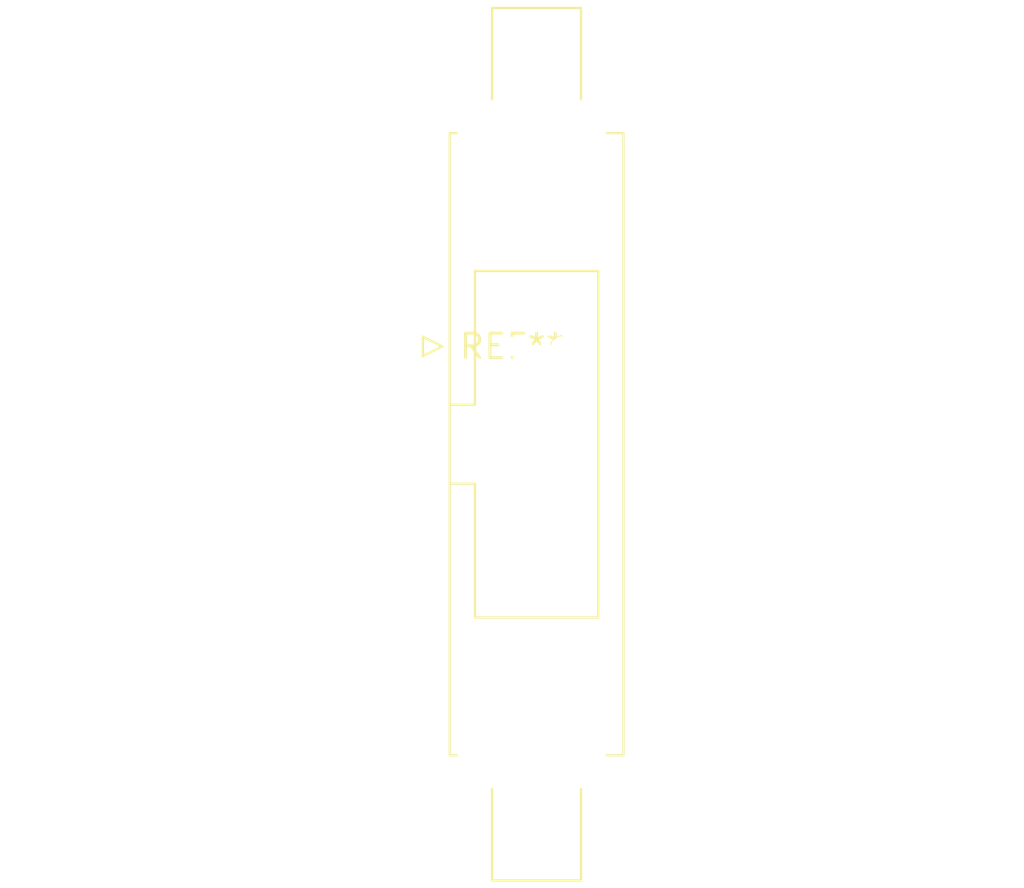
<source format=kicad_pcb>
(kicad_pcb (version 20240108) (generator pcbnew)
  (layers (0 "F.Cu" signal) (31 "B.Cu" signal) (34 "B.Paste" user) (35 "F.Paste" user) (36 "B.SilkS" user "B.Silkscreen") (37 "F.SilkS" user "F.Silkscreen") (38 "B.Mask" user) (39 "F.Mask" user) (44 "Edge.Cuts" user))
  (net 0 "")
  (footprint "IDC-Header_2x05-1MP_P2.54mm_Latch6.5mm_Vertical" (layer "F.Cu") (at 0 0)
    (property "Reference" "REF**")
    (property "Value" "IDC-Header_2x05-1MP_P2.54mm_Latch6.5mm_Vertical")
    (fp_line (start -4.63 -0.5) (end -4.63 0.5) (layer "F.SilkS") (stroke (width 0.12)))
    (fp_line (start -4.63 0.5) (end -3.63 0) (layer "F.SilkS") (stroke (width 0.12)))
    (fp_line (start -3.63 0) (end -4.63 -0.5) (layer "F.SilkS") (stroke (width 0.12)))
    (fp_line (start -3.24 -11.08) (end -3.24 21.24) (layer "F.SilkS") (stroke (width 0.12)))
    (fp_line (start -3.24 3.03) (end -1.93 3.03) (layer "F.SilkS") (stroke (width 0.12)))
    (fp_line (start -3.24 21.24) (end -2.87 21.24) (layer "F.SilkS") (stroke (width 0.12)))
    (fp_line (start -2.87 -11.08) (end -3.24 -11.08) (layer "F.SilkS") (stroke (width 0.12)))
    (fp_line (start -1.93 -3.92) (end 4.47 -3.92) (layer "F.SilkS") (stroke (width 0.12)))
    (fp_line (start -1.93 3.03) (end -1.93 -3.92) (layer "F.SilkS") (stroke (width 0.12)))
    (fp_line (start -1.93 7.13) (end -3.24 7.13) (layer "F.SilkS") (stroke (width 0.12)))
    (fp_line (start -1.93 7.13) (end -1.93 7.13) (layer "F.SilkS") (stroke (width 0.12)))
    (fp_line (start -1.93 14.08) (end -1.93 7.13) (layer "F.SilkS") (stroke (width 0.12)))
    (fp_line (start -1.04 -17.58) (end 3.58 -17.58) (layer "F.SilkS") (stroke (width 0.12)))
    (fp_line (start -1.04 -12.83) (end -1.04 -17.58) (layer "F.SilkS") (stroke (width 0.12)))
    (fp_line (start -1.04 22.99) (end -1.04 27.74) (layer "F.SilkS") (stroke (width 0.12)))
    (fp_line (start -1.04 27.74) (end 3.58 27.74) (layer "F.SilkS") (stroke (width 0.12)))
    (fp_line (start 3.58 -17.58) (end 3.58 -12.83) (layer "F.SilkS") (stroke (width 0.12)))
    (fp_line (start 3.58 27.74) (end 3.58 22.99) (layer "F.SilkS") (stroke (width 0.12)))
    (fp_line (start 4.47 -3.92) (end 4.47 14.08) (layer "F.SilkS") (stroke (width 0.12)))
    (fp_line (start 4.47 14.08) (end -1.93 14.08) (layer "F.SilkS") (stroke (width 0.12)))
    (fp_line (start 4.91 -11.08) (end 5.78 -11.08) (layer "F.SilkS") (stroke (width 0.12)))
    (fp_line (start 5.78 -11.08) (end 5.78 21.24) (layer "F.SilkS") (stroke (width 0.12)))
    (fp_line (start 5.78 21.24) (end 4.91 21.24) (layer "F.SilkS") (stroke (width 0.12)))
    (pad "1" thru_hole roundrect (at 0 0) (size 1.7 1.7) (drill 1) (layers *.Cu *.Mask) (remove_unused_layers) (roundrect_rratio 0.147059))
    (pad "2" thru_hole circle (at 2.54 0) (size 1.7 1.7) (drill 1) (layers *.Cu *.Mask) (remove_unused_layers))
    (pad "3" thru_hole circle (at 0 2.54) (size 1.7 1.7) (drill 1) (layers *.Cu *.Mask) (remove_unused_layers))
    (pad "4" thru_hole circle (at 2.54 2.54) (size 1.7 1.7) (drill 1) (layers *.Cu *.Mask) (remove_unused_layers))
    (pad "5" thru_hole circle (at 0 5.08) (size 1.7 1.7) (drill 1) (layers *.Cu *.Mask) (remove_unused_layers))
    (pad "6" thru_hole circle (at 2.54 5.08) (size 1.7 1.7) (drill 1) (layers *.Cu *.Mask) (remove_unused_layers))
    (pad "7" thru_hole circle (at 0 7.62) (size 1.7 1.7) (drill 1) (layers *.Cu *.Mask) (remove_unused_layers))
    (pad "8" thru_hole circle (at 2.54 7.62) (size 1.7 1.7) (drill 1) (layers *.Cu *.Mask) (remove_unused_layers))
    (pad "9" thru_hole circle (at 0 10.16) (size 1.7 1.7) (drill 1) (layers *.Cu *.Mask) (remove_unused_layers))
    (pad "10" thru_hole circle (at 2.54 10.16) (size 1.7 1.7) (drill 1) (layers *.Cu *.Mask) (remove_unused_layers))
    (pad "MP" thru_hole circle (at 1.02 -8.94) (size 8 8) (drill 2.69) (layers *.Cu *.Mask) (remove_unused_layers))
    (pad "MP" thru_hole circle (at 1.02 19.1) (size 8 8) (drill 2.69) (layers *.Cu *.Mask) (remove_unused_layers))
  )
)
</source>
